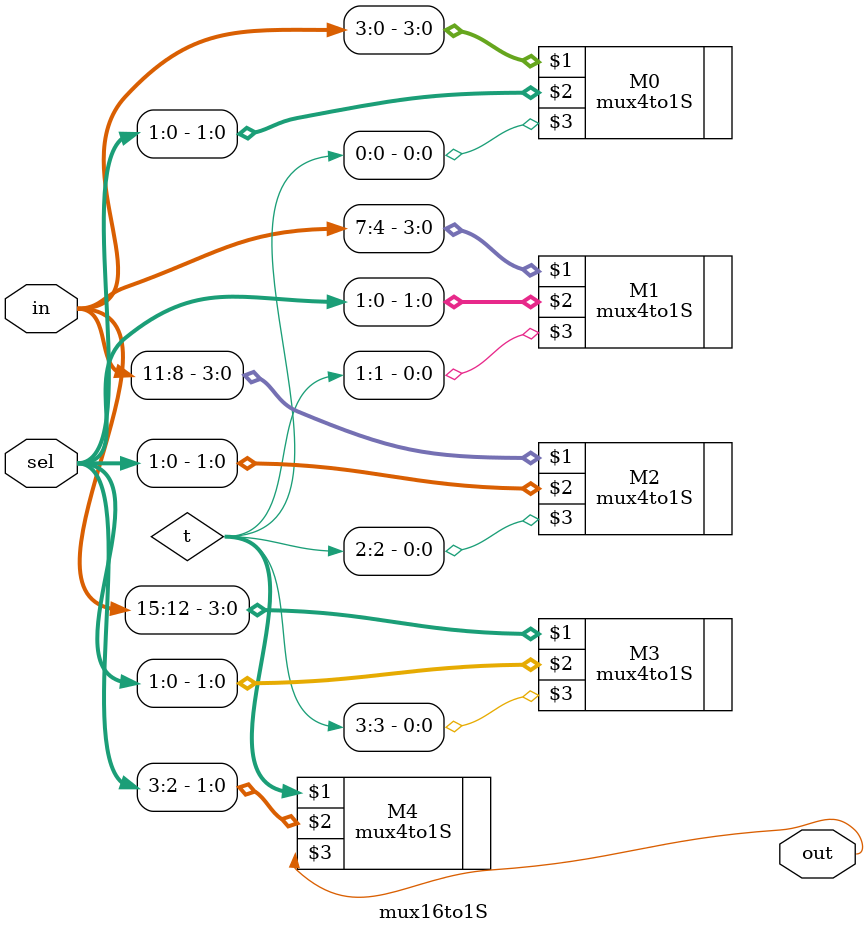
<source format=v>
module mux16to1S (in,sel,out);
    input [15:0]in;
    input [3:0]sel;
    output out;
    wire [3:0]t;

    mux4to1S M0(in[3:0],sel[1:0],t[0]);
    mux4to1S M1(in[7:4],sel[1:0],t[1]);
    mux4to1S M2(in[11:8],sel[1:0],t[2]);
    mux4to1S M3(in[15:12],sel[1:0],t[3]);
    mux4to1S M4(t,sel[3:2],out);
endmodule
</source>
